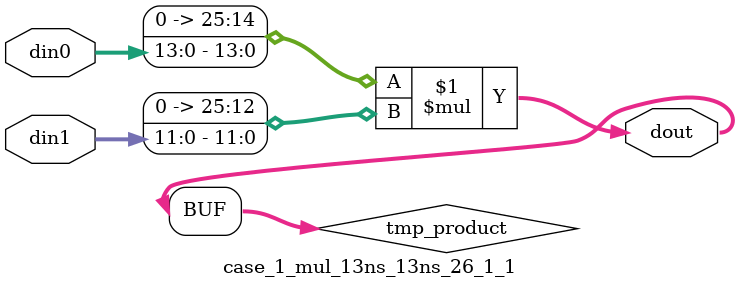
<source format=v>

`timescale 1 ns / 1 ps

 (* use_dsp = "no" *)  module case_1_mul_13ns_13ns_26_1_1(din0, din1, dout);
parameter ID = 1;
parameter NUM_STAGE = 0;
parameter din0_WIDTH = 14;
parameter din1_WIDTH = 12;
parameter dout_WIDTH = 26;

input [din0_WIDTH - 1 : 0] din0; 
input [din1_WIDTH - 1 : 0] din1; 
output [dout_WIDTH - 1 : 0] dout;

wire signed [dout_WIDTH - 1 : 0] tmp_product;
























assign tmp_product = $signed({1'b0, din0}) * $signed({1'b0, din1});











assign dout = tmp_product;





















endmodule

</source>
